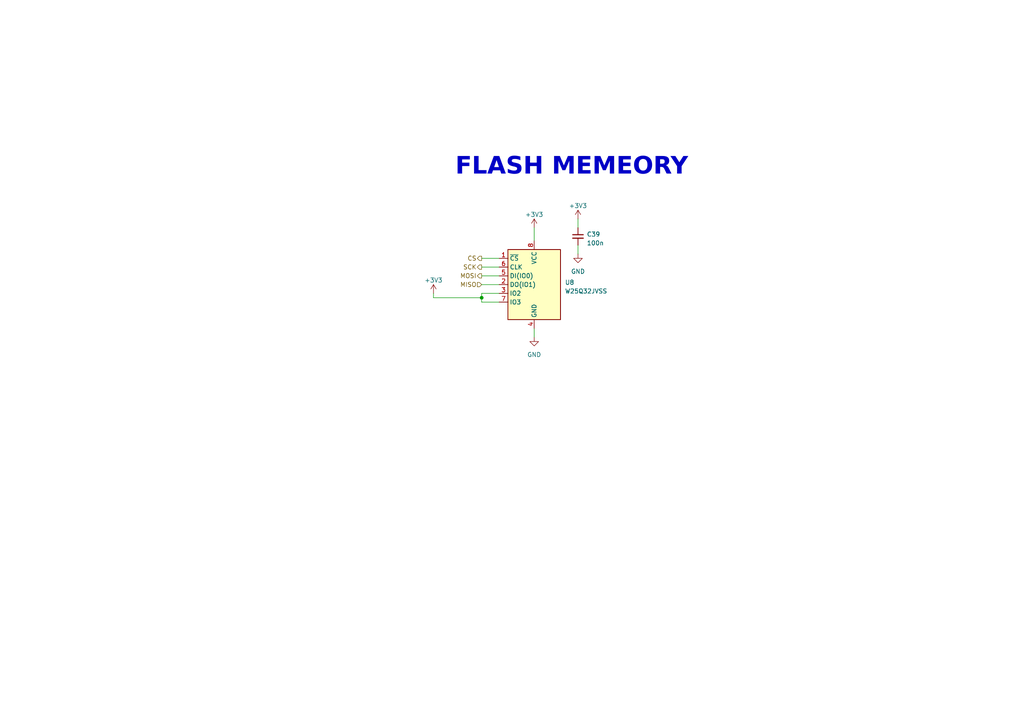
<source format=kicad_sch>
(kicad_sch (version 20230121) (generator eeschema)
  (paper "A4")
  (title_block (title "BIM BOARD") (date "2023-12-06") (rev "REV 2.0.0") (company "GEVITON") (comment 2 "Reviewed by: Timothy Kyalo") (comment 3 "Designed By: Robert Mutura") (comment 4 "BIM BOARD"))
  (lib_symbols
    (symbol "Device:C_Small" (pin_numbers hide) (pin_names (offset 0.254) hide)
      (property "Reference" "C" (at 0.254 1.778 0))
      (property "Value" "C_Small" (at 0.254 -2.032 0))
      (symbol "C_Small_0_1"
        (polyline (pts (xy -1.524 -0.508) (xy 1.524 -0.508)) (stroke (width 0.3302)))
        (polyline (pts (xy -1.524 0.508) (xy 1.524 0.508)) (stroke (width 0.3048)))
      )
      (symbol "C_Small_1_1"
        (pin passive line (at 0 2.54 270) (length 2.032) (name "~") (number "1"))
        (pin passive line (at 0 -2.54 90) (length 2.032) (name "~") (number "2"))
      )
    )
    (symbol "Memory_Flash:W25Q32JVSS"
      (property "Reference" "U" (at -6.35 11.43 0))
      (property "Value" "W25Q32JVSS" (at 7.62 11.43 0))
      (symbol "W25Q32JVSS_0_1"
        (rectangle (start -7.62 10.16) (end 7.62 -10.16) (stroke (width 0.254)) (fill (type background)))
      )
      (symbol "W25Q32JVSS_1_1"
        (pin input line (at -10.16 7.62 0) (length 2.54) (name "~{CS}") (number "1"))
        (pin bidirectional line (at -10.16 0 0) (length 2.54) (name "DO(IO1)") (number "2"))
        (pin bidirectional line (at -10.16 -2.54 0) (length 2.54) (name "IO2") (number "3"))
        (pin power_in line (at 0 -12.7 90) (length 2.54) (name "GND") (number "4"))
        (pin bidirectional line (at -10.16 2.54 0) (length 2.54) (name "DI(IO0)") (number "5"))
        (pin input line (at -10.16 5.08 0) (length 2.54) (name "CLK") (number "6"))
        (pin bidirectional line (at -10.16 -5.08 0) (length 2.54) (name "IO3") (number "7"))
        (pin power_in line (at 0 12.7 270) (length 2.54) (name "VCC") (number "8"))
      )
    )
    (symbol "power:+3V3" (power) (pin_names (offset 0))
      (property "Value" "+3V3" (at 0 3.556 0))
      (symbol "+3V3_0_1"
        (polyline (pts (xy -0.762 1.27) (xy 0 2.54)))
        (polyline (pts (xy 0 0) (xy 0 2.54)))
        (polyline (pts (xy 0 2.54) (xy 0.762 1.27)))
      )
      (symbol "+3V3_1_1"
        (pin power_in line (at 0 0 90) (length 0) hide (name "+3V3") (number "1"))
      )
    )
    (symbol "power:GND" (power) (pin_names (offset 0))
      (property "Value" "GND" (at 0 -3.81 0))
      (symbol "GND_0_1"
        (polyline (pts (xy 0 0) (xy 0 -1.27) (xy 1.27 -1.27) (xy 0 -2.54) (xy -1.27 -1.27) (xy 0 -1.27)))
      )
      (symbol "GND_1_1"
        (pin power_in line (at 0 0 270) (length 0) hide (name "GND") (number "1"))
      )
    )
  )
  (junction (at 139.7 86.36))
  (wire (pts (xy 154.94 97.79) (xy 154.94 95.25)))
  (wire (pts (xy 167.64 71.12) (xy 167.64 73.66)))
  (wire (pts (xy 154.94 66.04) (xy 154.94 69.85)))
  (wire (pts (xy 125.73 86.36) (xy 139.7 86.36)))
  (wire (pts (xy 144.78 85.09) (xy 139.7 85.09)))
  (wire (pts (xy 139.7 77.47) (xy 144.78 77.47)))
  (wire (pts (xy 139.7 80.01) (xy 144.78 80.01)))
  (wire (pts (xy 125.73 85.09) (xy 125.73 86.36)))
  (wire (pts (xy 139.7 86.36) (xy 139.7 87.63)))
  (wire (pts (xy 139.7 85.09) (xy 139.7 86.36)))
  (wire (pts (xy 139.7 74.93) (xy 144.78 74.93)))
  (wire (pts (xy 139.7 87.63) (xy 144.78 87.63)))
  (wire (pts (xy 167.64 63.5) (xy 167.64 66.04)))
  (wire (pts (xy 139.7 82.55) (xy 144.78 82.55)))
  (text "FLASH MEMEORY\n" (at 132.08 52.705 0) (effects (font (size 5 5) (thickness 0.4) bold) (justify left bottom)))
  (hierarchical_label "CS" (shape output) (at 139.7 74.93 180))
  (hierarchical_label "MISO" (shape input) (at 139.7 82.55 180))
  (hierarchical_label "SCK" (shape output) (at 139.7 77.47 180))
  (hierarchical_label "MOSI" (shape output) (at 139.7 80.01 180))
  (symbol (lib_id "Device:C_Small") (at 167.64 68.58 0) (unit 1)
    (property "Reference" "C39" (at 170.18 67.9513 0) (effects (justify left)))
    (property "Value" "100n" (at 170.18 70.4913 0) (effects (justify left)))
    (property "Footprint" "Capacitor_SMD:C_0402_1005Metric" (effects hide))
  )
  (symbol (lib_id "power:GND") (at 167.64 73.66 0) (unit 1)
    (property "Reference" "#PWR072" (effects hide))
    (property "Value" "GND" (at 167.64 78.74 0))
  )
  (symbol (lib_id "power:+3V3") (at 167.64 63.5 0) (unit 1)
    (property "Reference" "#PWR070" (effects hide))
    (property "Value" "+3V3" (at 167.64 59.69 0))
  )
  (symbol (lib_id "Memory_Flash:W25Q32JVSS") (at 154.94 82.55 0) (unit 1)
    (property "Reference" "U8" (at 163.83 81.915 0) (effects (justify left)))
    (property "Value" "W25Q32JVSS" (at 163.83 84.455 0) (effects (justify left)))
    (property "Footprint" "Package_SO:SOIC-8_5.23x5.23mm_P1.27mm" (effects hide))
    (property "Datasheet" "http://www.winbond.com/resource-files/w25q32jv%20revg%2003272018%20plus.pdf" (effects hide))
  )
  (symbol (lib_id "power:+3V3") (at 154.94 66.04 0) (unit 1)
    (property "Reference" "#PWR071" (effects hide))
    (property "Value" "+3V3" (at 154.94 62.23 0))
  )
  (symbol (lib_id "power:GND") (at 154.94 97.79 0) (unit 1)
    (property "Reference" "#PWR074" (effects hide))
    (property "Value" "GND" (at 154.94 102.87 0))
  )
  (symbol (lib_id "power:+3V3") (at 125.73 85.09 0) (unit 1)
    (property "Reference" "#PWR073" (effects hide))
    (property "Value" "+3V3" (at 125.73 81.28 0))
  )
)
</source>
